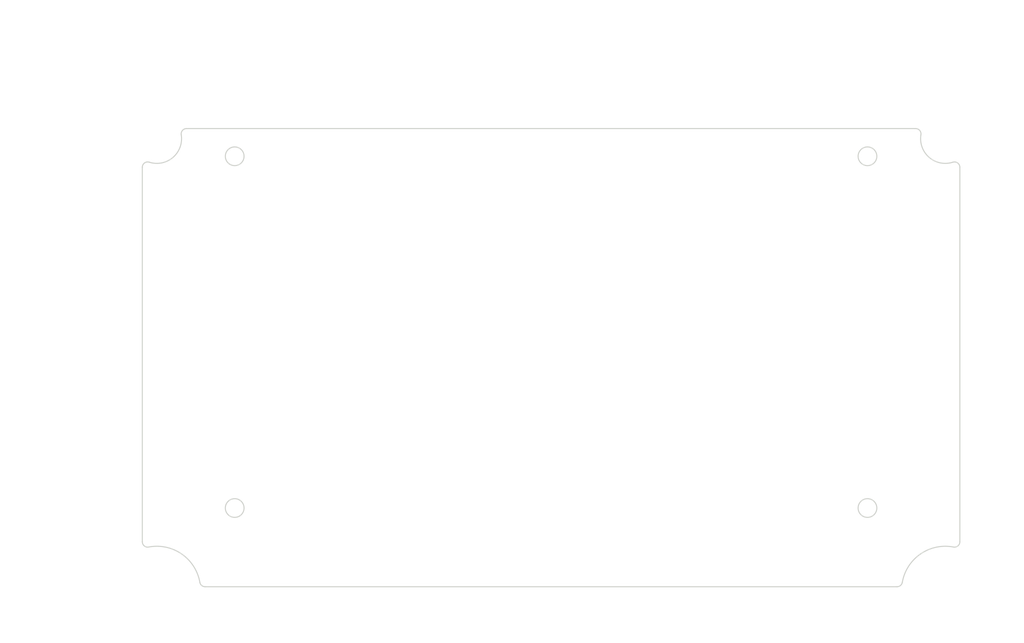
<source format=kicad_pcb>
(kicad_pcb (version 20171130) (host pcbnew "(5.1.0)-1")

  (general
    (thickness 1.6)
    (drawings 77)
    (tracks 0)
    (zones 0)
    (modules 0)
    (nets 1)
  )

  (page A4)
  (layers
    (0 F.Cu signal)
    (31 B.Cu signal)
    (32 B.Adhes user)
    (33 F.Adhes user)
    (34 B.Paste user)
    (35 F.Paste user)
    (36 B.SilkS user)
    (37 F.SilkS user)
    (38 B.Mask user)
    (39 F.Mask user)
    (40 Dwgs.User user)
    (41 Cmts.User user)
    (42 Eco1.User user)
    (43 Eco2.User user)
    (44 Edge.Cuts user)
    (45 Margin user)
    (46 B.CrtYd user)
    (47 F.CrtYd user)
    (48 B.Fab user)
    (49 F.Fab user)
  )

  (setup
    (last_trace_width 0.25)
    (trace_clearance 0.2)
    (zone_clearance 0.508)
    (zone_45_only no)
    (trace_min 0.2)
    (via_size 0.8)
    (via_drill 0.4)
    (via_min_size 0.4)
    (via_min_drill 0.3)
    (uvia_size 0.3)
    (uvia_drill 0.1)
    (uvias_allowed no)
    (uvia_min_size 0.2)
    (uvia_min_drill 0.1)
    (edge_width 0.05)
    (segment_width 0.2)
    (pcb_text_width 0.3)
    (pcb_text_size 1.5 1.5)
    (mod_edge_width 0.12)
    (mod_text_size 1 1)
    (mod_text_width 0.15)
    (pad_size 1.524 1.524)
    (pad_drill 0.762)
    (pad_to_mask_clearance 0.051)
    (solder_mask_min_width 0.25)
    (aux_axis_origin 0 0)
    (visible_elements FFFFFF7F)
    (pcbplotparams
      (layerselection 0x010fc_ffffffff)
      (usegerberextensions false)
      (usegerberattributes false)
      (usegerberadvancedattributes false)
      (creategerberjobfile false)
      (excludeedgelayer true)
      (linewidth 0.152400)
      (plotframeref false)
      (viasonmask false)
      (mode 1)
      (useauxorigin false)
      (hpglpennumber 1)
      (hpglpenspeed 20)
      (hpglpendiameter 15.000000)
      (psnegative false)
      (psa4output false)
      (plotreference true)
      (plotvalue true)
      (plotinvisibletext false)
      (padsonsilk false)
      (subtractmaskfromsilk false)
      (outputformat 1)
      (mirror false)
      (drillshape 1)
      (scaleselection 1)
      (outputdirectory ""))
  )

  (net 0 "")

  (net_class Default "This is the default net class."
    (clearance 0.2)
    (trace_width 0.25)
    (via_dia 0.8)
    (via_drill 0.4)
    (uvia_dia 0.3)
    (uvia_drill 0.1)
  )

  (gr_line (start 89.434195 141.457436) (end 218.791745 141.457436) (layer Edge.Cuts) (width 0.2))
  (gr_line (start 85.958242 55.803767) (end 222.267699 55.803767) (layer Edge.Cuts) (width 0.2))
  (gr_circle (center 94.96297 60.983769) (end 96.71297 60.983769) (layer Edge.Cuts) (width 0.2))
  (gr_circle (center 94.96297 126.743569) (end 96.71297 126.743569) (layer Edge.Cuts) (width 0.2))
  (gr_arc (start 80.41297 142.055001) (end 88.449516 140.631813) (angle -90.7708885) (layer Edge.Cuts) (width 0.2))
  (gr_line (start 77.694177 63.041919) (end 77.694177 133.056086) (layer Edge.Cuts) (width 0.2))
  (gr_arc (start 80.41297 57.694956) (end 79.000207 62.089897) (angle -116.9501425) (layer Edge.Cuts) (width 0.2))
  (gr_arc (start 89.434195 140.457436) (end 88.449516 140.631813) (angle -79.95762923) (layer Edge.Cuts) (width 0.2))
  (gr_arc (start 78.694177 133.056086) (end 77.694177 133.056086) (angle -100.8132593) (layer Edge.Cuts) (width 0.2))
  (gr_arc (start 78.694177 63.041919) (end 79.000207 62.089897) (angle -107.8201196) (layer Edge.Cuts) (width 0.2))
  (gr_arc (start 85.958242 56.803767) (end 85.958242 55.803767) (angle -99.13002282) (layer Edge.Cuts) (width 0.2))
  (gr_circle (center 213.26297 60.983769) (end 215.01297 60.983769) (layer Edge.Cuts) (width 0.2))
  (gr_circle (center 213.26297 126.743569) (end 215.01297 126.743569) (layer Edge.Cuts) (width 0.2))
  (gr_arc (start 218.791745 140.457436) (end 218.791745 141.457436) (angle -79.95762923) (layer Edge.Cuts) (width 0.2))
  (gr_arc (start 227.81297 142.055001) (end 229.344155 134.03833) (angle -90.7708885) (layer Edge.Cuts) (width 0.2))
  (gr_arc (start 229.531764 133.056086) (end 229.344155 134.03833) (angle -100.8132593) (layer Edge.Cuts) (width 0.2))
  (gr_line (start 230.531764 63.041919) (end 230.531764 133.056086) (layer Edge.Cuts) (width 0.2))
  (gr_arc (start 229.531764 63.041919) (end 230.531764 63.041919) (angle -107.8201196) (layer Edge.Cuts) (width 0.2))
  (gr_arc (start 227.81297 57.694956) (end 223.25503 56.962443) (angle -116.9501425) (layer Edge.Cuts) (width 0.2))
  (gr_arc (start 222.267699 56.803767) (end 223.25503 56.962443) (angle -99.13002282) (layer Edge.Cuts) (width 0.2))
  (gr_line (start 94.96297 61.073769) (end 94.96297 60.893769) (layer Dwgs.User) (width 0.2))
  (gr_line (start 94.87297 60.983769) (end 95.05297 60.983769) (layer Dwgs.User) (width 0.2))
  (gr_text " ∅3.50\n[∅0.14]" (at 107.223904 63.970182) (layer Dwgs.User)
    (effects (font (size 1.7 1.53) (thickness 0.2125)))
  )
  (gr_line (start 100.687035 63.970182) (end 98.287677 62.718366) (layer Dwgs.User) (width 0.2))
  (gr_line (start 102.687035 63.970182) (end 100.687035 63.970182) (layer Dwgs.User) (width 0.2))
  (gr_text [R0.18] (at 96.444843 73.499215) (layer Dwgs.User)
    (effects (font (size 1.7 1.53) (thickness 0.2125)))
  )
  (gr_text " R4.62" (at 96.444843 69.94178) (layer Dwgs.User)
    (effects (font (size 1.7 1.53) (thickness 0.2125)))
  )
  (gr_line (start 89.974072 71.609754) (end 84.159951 63.148143) (layer Dwgs.User) (width 0.2))
  (gr_line (start 91.974072 71.609754) (end 89.974072 71.609754) (layer Dwgs.User) (width 0.2))
  (gr_text [.58] (at 238.499631 135.989964) (layer Dwgs.User)
    (effects (font (size 1.7 1.53) (thickness 0.2125)))
  )
  (gr_text " 14.71" (at 238.499631 132.447023) (layer Dwgs.User)
    (effects (font (size 1.7 1.53) (thickness 0.2125)))
  )
  (gr_line (start 238.499631 139.457436) (end 238.499631 137.643442) (layer Dwgs.User) (width 0.2))
  (gr_line (start 238.499631 128.743569) (end 238.499631 130.557562) (layer Dwgs.User) (width 0.2))
  (gr_line (start 219.791745 141.457436) (end 241.674631 141.457436) (layer Dwgs.User) (width 0.2))
  (gr_line (start 214.26297 126.743569) (end 241.674631 126.743569) (layer Dwgs.User) (width 0.2))
  (gr_text [.68] (at 221.897367 150.63303) (layer Dwgs.User)
    (effects (font (size 1.7 1.53) (thickness 0.2125)))
  )
  (gr_text " 17.27" (at 221.897367 147.09009) (layer Dwgs.User)
    (effects (font (size 1.7 1.53) (thickness 0.2125)))
  )
  (gr_line (start 215.26297 148.743569) (end 217.849857 148.743569) (layer Dwgs.User) (width 0.2))
  (gr_line (start 228.531764 148.743569) (end 225.944877 148.743569) (layer Dwgs.User) (width 0.2))
  (gr_line (start 213.26297 127.743569) (end 213.26297 151.918569) (layer Dwgs.User) (width 0.2))
  (gr_line (start 230.531764 134.056086) (end 230.531764 151.918569) (layer Dwgs.User) (width 0.2))
  (gr_text [2.59] (at 238.451521 95.75313) (layer Dwgs.User)
    (effects (font (size 1.7 1.53) (thickness 0.2125)))
  )
  (gr_text " 65.76" (at 238.451521 92.195695) (layer Dwgs.User)
    (effects (font (size 1.7 1.53) (thickness 0.2125)))
  )
  (gr_line (start 238.451521 124.743569) (end 238.451521 97.421104) (layer Dwgs.User) (width 0.2))
  (gr_line (start 238.451521 62.983769) (end 238.451521 90.306234) (layer Dwgs.User) (width 0.2))
  (gr_line (start 214.26297 126.743569) (end 241.626521 126.743569) (layer Dwgs.User) (width 0.2))
  (gr_line (start 214.26297 60.983769) (end 241.626521 60.983769) (layer Dwgs.User) (width 0.2))
  (gr_text [4.66] (at 154.11297 150.63303) (layer Dwgs.User)
    (effects (font (size 1.7 1.53) (thickness 0.2125)))
  )
  (gr_text " 118.30" (at 154.11297 147.075015) (layer Dwgs.User)
    (effects (font (size 1.7 1.53) (thickness 0.2125)))
  )
  (gr_line (start 211.26297 148.743569) (end 158.817984 148.743569) (layer Dwgs.User) (width 0.2))
  (gr_line (start 96.96297 148.743569) (end 149.407957 148.743569) (layer Dwgs.User) (width 0.2))
  (gr_line (start 213.26297 127.743569) (end 213.26297 151.918569) (layer Dwgs.User) (width 0.2))
  (gr_line (start 94.96297 127.743569) (end 94.96297 151.918569) (layer Dwgs.User) (width 0.2))
  (gr_text [2.83] (at 67.978856 99.953575) (layer Dwgs.User)
    (effects (font (size 1.7 1.53) (thickness 0.2125)))
  )
  (gr_text " 71.95" (at 67.978856 96.396139) (layer Dwgs.User)
    (effects (font (size 1.7 1.53) (thickness 0.2125)))
  )
  (gr_line (start 67.978856 132.03833) (end 67.978856 101.621549) (layer Dwgs.User) (width 0.2))
  (gr_line (start 67.978856 64.089897) (end 67.978856 94.506678) (layer Dwgs.User) (width 0.2))
  (gr_line (start 77.881786 134.03833) (end 64.803856 134.03833) (layer Dwgs.User) (width 0.2))
  (gr_line (start 78.000207 62.089897) (end 64.803856 62.089897) (layer Dwgs.User) (width 0.2))
  (gr_text [3.37] (at 55.113158 100.520063) (layer Dwgs.User)
    (effects (font (size 1.7 1.53) (thickness 0.2125)))
  )
  (gr_text " 85.65" (at 55.113158 96.962628) (layer Dwgs.User)
    (effects (font (size 1.7 1.53) (thickness 0.2125)))
  )
  (gr_line (start 55.113158 139.457436) (end 55.113158 102.188037) (layer Dwgs.User) (width 0.2))
  (gr_line (start 55.113158 57.803767) (end 55.113158 95.073166) (layer Dwgs.User) (width 0.2))
  (gr_line (start 88.434195 141.457436) (end 51.938158 141.457436) (layer Dwgs.User) (width 0.2))
  (gr_line (start 84.958242 55.803767) (end 51.938158 55.803767) (layer Dwgs.User) (width 0.2))
  (gr_text [5.44] (at 154.11297 45.06952) (layer Dwgs.User)
    (effects (font (size 1.7 1.53) (thickness 0.2125)))
  )
  (gr_text " 138.28" (at 154.11297 41.514983) (layer Dwgs.User)
    (effects (font (size 1.7 1.53) (thickness 0.2125)))
  )
  (gr_line (start 221.25503 43.183537) (end 158.822623 43.183537) (layer Dwgs.User) (width 0.2))
  (gr_line (start 86.970911 43.183537) (end 149.403318 43.183537) (layer Dwgs.User) (width 0.2))
  (gr_line (start 223.25503 55.962443) (end 223.25503 40.008537) (layer Dwgs.User) (width 0.2))
  (gr_line (start 84.970911 55.962443) (end 84.970911 40.008537) (layer Dwgs.User) (width 0.2))
  (gr_text [6.02] (at 154.11297 36.93138) (layer Dwgs.User)
    (effects (font (size 1.7 1.53) (thickness 0.2125)))
  )
  (gr_text " 152.84" (at 154.11297 33.373944) (layer Dwgs.User)
    (effects (font (size 1.7 1.53) (thickness 0.2125)))
  )
  (gr_line (start 228.531764 35.041919) (end 158.817404 35.041919) (layer Dwgs.User) (width 0.2))
  (gr_line (start 79.694177 35.041919) (end 149.408536 35.041919) (layer Dwgs.User) (width 0.2))
  (gr_line (start 230.531764 62.041919) (end 230.531764 31.866919) (layer Dwgs.User) (width 0.2))
  (gr_line (start 77.694177 62.041919) (end 77.694177 31.866919) (layer Dwgs.User) (width 0.2))

)

</source>
